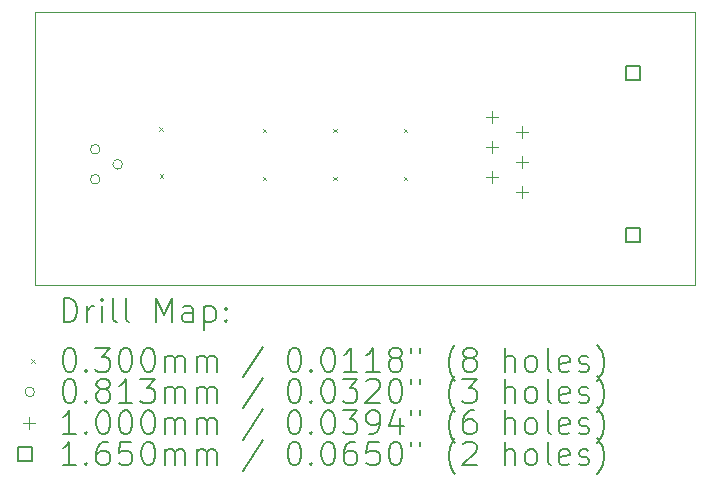
<source format=gbr>
%TF.GenerationSoftware,KiCad,Pcbnew,7.0.2*%
%TF.CreationDate,2024-01-01T15:15:48-07:00*%
%TF.ProjectId,Temperature Senor Board V2 (2),54656d70-6572-4617-9475-72652053656e,rev?*%
%TF.SameCoordinates,Original*%
%TF.FileFunction,Drillmap*%
%TF.FilePolarity,Positive*%
%FSLAX45Y45*%
G04 Gerber Fmt 4.5, Leading zero omitted, Abs format (unit mm)*
G04 Created by KiCad (PCBNEW 7.0.2) date 2024-01-01 15:15:48*
%MOMM*%
%LPD*%
G01*
G04 APERTURE LIST*
%ADD10C,0.050000*%
%ADD11C,0.200000*%
%ADD12C,0.030000*%
%ADD13C,0.081280*%
%ADD14C,0.100000*%
%ADD15C,0.165000*%
G04 APERTURE END LIST*
D10*
X11976100Y-7632700D02*
X17564100Y-7632700D01*
X17564100Y-9944100D01*
X11976100Y-9944100D01*
X11976100Y-7632700D01*
D11*
D12*
X13027900Y-8608300D02*
X13057900Y-8638300D01*
X13057900Y-8608300D02*
X13027900Y-8638300D01*
X13032980Y-9007080D02*
X13062980Y-9037080D01*
X13062980Y-9007080D02*
X13032980Y-9037080D01*
X13904200Y-8621000D02*
X13934200Y-8651000D01*
X13934200Y-8621000D02*
X13904200Y-8651000D01*
X13904200Y-9027400D02*
X13934200Y-9057400D01*
X13934200Y-9027400D02*
X13904200Y-9057400D01*
X14501100Y-8621000D02*
X14531100Y-8651000D01*
X14531100Y-8621000D02*
X14501100Y-8651000D01*
X14501100Y-9027400D02*
X14531100Y-9057400D01*
X14531100Y-9027400D02*
X14501100Y-9057400D01*
X15098000Y-8621000D02*
X15128000Y-8651000D01*
X15128000Y-8621000D02*
X15098000Y-8651000D01*
X15098000Y-9027400D02*
X15128000Y-9057400D01*
X15128000Y-9027400D02*
X15098000Y-9057400D01*
D13*
X12527280Y-8796020D02*
G75*
G03*
X12527280Y-8796020I-40640J0D01*
G01*
X12527280Y-9050020D02*
G75*
G03*
X12527280Y-9050020I-40640J0D01*
G01*
X12717780Y-8923020D02*
G75*
G03*
X12717780Y-8923020I-40640J0D01*
G01*
D14*
X15849600Y-8471200D02*
X15849600Y-8571200D01*
X15799600Y-8521200D02*
X15899600Y-8521200D01*
X15849600Y-8725200D02*
X15849600Y-8825200D01*
X15799600Y-8775200D02*
X15899600Y-8775200D01*
X15849600Y-8979200D02*
X15849600Y-9079200D01*
X15799600Y-9029200D02*
X15899600Y-9029200D01*
X16103600Y-8598200D02*
X16103600Y-8698200D01*
X16053600Y-8648200D02*
X16153600Y-8648200D01*
X16103600Y-8852200D02*
X16103600Y-8952200D01*
X16053600Y-8902200D02*
X16153600Y-8902200D01*
X16103600Y-9106200D02*
X16103600Y-9206200D01*
X16053600Y-9156200D02*
X16153600Y-9156200D01*
D15*
X17101937Y-8211537D02*
X17101937Y-8094863D01*
X16985263Y-8094863D01*
X16985263Y-8211537D01*
X17101937Y-8211537D01*
X17101937Y-9583537D02*
X17101937Y-9466863D01*
X16985263Y-9466863D01*
X16985263Y-9583537D01*
X17101937Y-9583537D01*
D11*
X12221219Y-10259124D02*
X12221219Y-10059124D01*
X12221219Y-10059124D02*
X12268838Y-10059124D01*
X12268838Y-10059124D02*
X12297409Y-10068648D01*
X12297409Y-10068648D02*
X12316457Y-10087695D01*
X12316457Y-10087695D02*
X12325981Y-10106743D01*
X12325981Y-10106743D02*
X12335505Y-10144838D01*
X12335505Y-10144838D02*
X12335505Y-10173410D01*
X12335505Y-10173410D02*
X12325981Y-10211505D01*
X12325981Y-10211505D02*
X12316457Y-10230552D01*
X12316457Y-10230552D02*
X12297409Y-10249600D01*
X12297409Y-10249600D02*
X12268838Y-10259124D01*
X12268838Y-10259124D02*
X12221219Y-10259124D01*
X12421219Y-10259124D02*
X12421219Y-10125790D01*
X12421219Y-10163886D02*
X12430743Y-10144838D01*
X12430743Y-10144838D02*
X12440267Y-10135314D01*
X12440267Y-10135314D02*
X12459314Y-10125790D01*
X12459314Y-10125790D02*
X12478362Y-10125790D01*
X12545028Y-10259124D02*
X12545028Y-10125790D01*
X12545028Y-10059124D02*
X12535505Y-10068648D01*
X12535505Y-10068648D02*
X12545028Y-10078171D01*
X12545028Y-10078171D02*
X12554552Y-10068648D01*
X12554552Y-10068648D02*
X12545028Y-10059124D01*
X12545028Y-10059124D02*
X12545028Y-10078171D01*
X12668838Y-10259124D02*
X12649790Y-10249600D01*
X12649790Y-10249600D02*
X12640267Y-10230552D01*
X12640267Y-10230552D02*
X12640267Y-10059124D01*
X12773600Y-10259124D02*
X12754552Y-10249600D01*
X12754552Y-10249600D02*
X12745028Y-10230552D01*
X12745028Y-10230552D02*
X12745028Y-10059124D01*
X13002171Y-10259124D02*
X13002171Y-10059124D01*
X13002171Y-10059124D02*
X13068838Y-10201981D01*
X13068838Y-10201981D02*
X13135505Y-10059124D01*
X13135505Y-10059124D02*
X13135505Y-10259124D01*
X13316457Y-10259124D02*
X13316457Y-10154362D01*
X13316457Y-10154362D02*
X13306933Y-10135314D01*
X13306933Y-10135314D02*
X13287886Y-10125790D01*
X13287886Y-10125790D02*
X13249790Y-10125790D01*
X13249790Y-10125790D02*
X13230743Y-10135314D01*
X13316457Y-10249600D02*
X13297409Y-10259124D01*
X13297409Y-10259124D02*
X13249790Y-10259124D01*
X13249790Y-10259124D02*
X13230743Y-10249600D01*
X13230743Y-10249600D02*
X13221219Y-10230552D01*
X13221219Y-10230552D02*
X13221219Y-10211505D01*
X13221219Y-10211505D02*
X13230743Y-10192457D01*
X13230743Y-10192457D02*
X13249790Y-10182933D01*
X13249790Y-10182933D02*
X13297409Y-10182933D01*
X13297409Y-10182933D02*
X13316457Y-10173410D01*
X13411695Y-10125790D02*
X13411695Y-10325790D01*
X13411695Y-10135314D02*
X13430743Y-10125790D01*
X13430743Y-10125790D02*
X13468838Y-10125790D01*
X13468838Y-10125790D02*
X13487886Y-10135314D01*
X13487886Y-10135314D02*
X13497409Y-10144838D01*
X13497409Y-10144838D02*
X13506933Y-10163886D01*
X13506933Y-10163886D02*
X13506933Y-10221029D01*
X13506933Y-10221029D02*
X13497409Y-10240076D01*
X13497409Y-10240076D02*
X13487886Y-10249600D01*
X13487886Y-10249600D02*
X13468838Y-10259124D01*
X13468838Y-10259124D02*
X13430743Y-10259124D01*
X13430743Y-10259124D02*
X13411695Y-10249600D01*
X13592648Y-10240076D02*
X13602171Y-10249600D01*
X13602171Y-10249600D02*
X13592648Y-10259124D01*
X13592648Y-10259124D02*
X13583124Y-10249600D01*
X13583124Y-10249600D02*
X13592648Y-10240076D01*
X13592648Y-10240076D02*
X13592648Y-10259124D01*
X13592648Y-10135314D02*
X13602171Y-10144838D01*
X13602171Y-10144838D02*
X13592648Y-10154362D01*
X13592648Y-10154362D02*
X13583124Y-10144838D01*
X13583124Y-10144838D02*
X13592648Y-10135314D01*
X13592648Y-10135314D02*
X13592648Y-10154362D01*
D12*
X11943600Y-10571600D02*
X11973600Y-10601600D01*
X11973600Y-10571600D02*
X11943600Y-10601600D01*
D11*
X12259314Y-10479124D02*
X12278362Y-10479124D01*
X12278362Y-10479124D02*
X12297409Y-10488648D01*
X12297409Y-10488648D02*
X12306933Y-10498171D01*
X12306933Y-10498171D02*
X12316457Y-10517219D01*
X12316457Y-10517219D02*
X12325981Y-10555314D01*
X12325981Y-10555314D02*
X12325981Y-10602933D01*
X12325981Y-10602933D02*
X12316457Y-10641029D01*
X12316457Y-10641029D02*
X12306933Y-10660076D01*
X12306933Y-10660076D02*
X12297409Y-10669600D01*
X12297409Y-10669600D02*
X12278362Y-10679124D01*
X12278362Y-10679124D02*
X12259314Y-10679124D01*
X12259314Y-10679124D02*
X12240267Y-10669600D01*
X12240267Y-10669600D02*
X12230743Y-10660076D01*
X12230743Y-10660076D02*
X12221219Y-10641029D01*
X12221219Y-10641029D02*
X12211695Y-10602933D01*
X12211695Y-10602933D02*
X12211695Y-10555314D01*
X12211695Y-10555314D02*
X12221219Y-10517219D01*
X12221219Y-10517219D02*
X12230743Y-10498171D01*
X12230743Y-10498171D02*
X12240267Y-10488648D01*
X12240267Y-10488648D02*
X12259314Y-10479124D01*
X12411695Y-10660076D02*
X12421219Y-10669600D01*
X12421219Y-10669600D02*
X12411695Y-10679124D01*
X12411695Y-10679124D02*
X12402171Y-10669600D01*
X12402171Y-10669600D02*
X12411695Y-10660076D01*
X12411695Y-10660076D02*
X12411695Y-10679124D01*
X12487886Y-10479124D02*
X12611695Y-10479124D01*
X12611695Y-10479124D02*
X12545028Y-10555314D01*
X12545028Y-10555314D02*
X12573600Y-10555314D01*
X12573600Y-10555314D02*
X12592648Y-10564838D01*
X12592648Y-10564838D02*
X12602171Y-10574362D01*
X12602171Y-10574362D02*
X12611695Y-10593410D01*
X12611695Y-10593410D02*
X12611695Y-10641029D01*
X12611695Y-10641029D02*
X12602171Y-10660076D01*
X12602171Y-10660076D02*
X12592648Y-10669600D01*
X12592648Y-10669600D02*
X12573600Y-10679124D01*
X12573600Y-10679124D02*
X12516457Y-10679124D01*
X12516457Y-10679124D02*
X12497409Y-10669600D01*
X12497409Y-10669600D02*
X12487886Y-10660076D01*
X12735505Y-10479124D02*
X12754552Y-10479124D01*
X12754552Y-10479124D02*
X12773600Y-10488648D01*
X12773600Y-10488648D02*
X12783124Y-10498171D01*
X12783124Y-10498171D02*
X12792648Y-10517219D01*
X12792648Y-10517219D02*
X12802171Y-10555314D01*
X12802171Y-10555314D02*
X12802171Y-10602933D01*
X12802171Y-10602933D02*
X12792648Y-10641029D01*
X12792648Y-10641029D02*
X12783124Y-10660076D01*
X12783124Y-10660076D02*
X12773600Y-10669600D01*
X12773600Y-10669600D02*
X12754552Y-10679124D01*
X12754552Y-10679124D02*
X12735505Y-10679124D01*
X12735505Y-10679124D02*
X12716457Y-10669600D01*
X12716457Y-10669600D02*
X12706933Y-10660076D01*
X12706933Y-10660076D02*
X12697409Y-10641029D01*
X12697409Y-10641029D02*
X12687886Y-10602933D01*
X12687886Y-10602933D02*
X12687886Y-10555314D01*
X12687886Y-10555314D02*
X12697409Y-10517219D01*
X12697409Y-10517219D02*
X12706933Y-10498171D01*
X12706933Y-10498171D02*
X12716457Y-10488648D01*
X12716457Y-10488648D02*
X12735505Y-10479124D01*
X12925981Y-10479124D02*
X12945029Y-10479124D01*
X12945029Y-10479124D02*
X12964076Y-10488648D01*
X12964076Y-10488648D02*
X12973600Y-10498171D01*
X12973600Y-10498171D02*
X12983124Y-10517219D01*
X12983124Y-10517219D02*
X12992648Y-10555314D01*
X12992648Y-10555314D02*
X12992648Y-10602933D01*
X12992648Y-10602933D02*
X12983124Y-10641029D01*
X12983124Y-10641029D02*
X12973600Y-10660076D01*
X12973600Y-10660076D02*
X12964076Y-10669600D01*
X12964076Y-10669600D02*
X12945029Y-10679124D01*
X12945029Y-10679124D02*
X12925981Y-10679124D01*
X12925981Y-10679124D02*
X12906933Y-10669600D01*
X12906933Y-10669600D02*
X12897409Y-10660076D01*
X12897409Y-10660076D02*
X12887886Y-10641029D01*
X12887886Y-10641029D02*
X12878362Y-10602933D01*
X12878362Y-10602933D02*
X12878362Y-10555314D01*
X12878362Y-10555314D02*
X12887886Y-10517219D01*
X12887886Y-10517219D02*
X12897409Y-10498171D01*
X12897409Y-10498171D02*
X12906933Y-10488648D01*
X12906933Y-10488648D02*
X12925981Y-10479124D01*
X13078362Y-10679124D02*
X13078362Y-10545790D01*
X13078362Y-10564838D02*
X13087886Y-10555314D01*
X13087886Y-10555314D02*
X13106933Y-10545790D01*
X13106933Y-10545790D02*
X13135505Y-10545790D01*
X13135505Y-10545790D02*
X13154552Y-10555314D01*
X13154552Y-10555314D02*
X13164076Y-10574362D01*
X13164076Y-10574362D02*
X13164076Y-10679124D01*
X13164076Y-10574362D02*
X13173600Y-10555314D01*
X13173600Y-10555314D02*
X13192648Y-10545790D01*
X13192648Y-10545790D02*
X13221219Y-10545790D01*
X13221219Y-10545790D02*
X13240267Y-10555314D01*
X13240267Y-10555314D02*
X13249790Y-10574362D01*
X13249790Y-10574362D02*
X13249790Y-10679124D01*
X13345029Y-10679124D02*
X13345029Y-10545790D01*
X13345029Y-10564838D02*
X13354552Y-10555314D01*
X13354552Y-10555314D02*
X13373600Y-10545790D01*
X13373600Y-10545790D02*
X13402171Y-10545790D01*
X13402171Y-10545790D02*
X13421219Y-10555314D01*
X13421219Y-10555314D02*
X13430743Y-10574362D01*
X13430743Y-10574362D02*
X13430743Y-10679124D01*
X13430743Y-10574362D02*
X13440267Y-10555314D01*
X13440267Y-10555314D02*
X13459314Y-10545790D01*
X13459314Y-10545790D02*
X13487886Y-10545790D01*
X13487886Y-10545790D02*
X13506933Y-10555314D01*
X13506933Y-10555314D02*
X13516457Y-10574362D01*
X13516457Y-10574362D02*
X13516457Y-10679124D01*
X13906933Y-10469600D02*
X13735505Y-10726743D01*
X14164076Y-10479124D02*
X14183124Y-10479124D01*
X14183124Y-10479124D02*
X14202172Y-10488648D01*
X14202172Y-10488648D02*
X14211695Y-10498171D01*
X14211695Y-10498171D02*
X14221219Y-10517219D01*
X14221219Y-10517219D02*
X14230743Y-10555314D01*
X14230743Y-10555314D02*
X14230743Y-10602933D01*
X14230743Y-10602933D02*
X14221219Y-10641029D01*
X14221219Y-10641029D02*
X14211695Y-10660076D01*
X14211695Y-10660076D02*
X14202172Y-10669600D01*
X14202172Y-10669600D02*
X14183124Y-10679124D01*
X14183124Y-10679124D02*
X14164076Y-10679124D01*
X14164076Y-10679124D02*
X14145029Y-10669600D01*
X14145029Y-10669600D02*
X14135505Y-10660076D01*
X14135505Y-10660076D02*
X14125981Y-10641029D01*
X14125981Y-10641029D02*
X14116457Y-10602933D01*
X14116457Y-10602933D02*
X14116457Y-10555314D01*
X14116457Y-10555314D02*
X14125981Y-10517219D01*
X14125981Y-10517219D02*
X14135505Y-10498171D01*
X14135505Y-10498171D02*
X14145029Y-10488648D01*
X14145029Y-10488648D02*
X14164076Y-10479124D01*
X14316457Y-10660076D02*
X14325981Y-10669600D01*
X14325981Y-10669600D02*
X14316457Y-10679124D01*
X14316457Y-10679124D02*
X14306933Y-10669600D01*
X14306933Y-10669600D02*
X14316457Y-10660076D01*
X14316457Y-10660076D02*
X14316457Y-10679124D01*
X14449791Y-10479124D02*
X14468838Y-10479124D01*
X14468838Y-10479124D02*
X14487886Y-10488648D01*
X14487886Y-10488648D02*
X14497410Y-10498171D01*
X14497410Y-10498171D02*
X14506933Y-10517219D01*
X14506933Y-10517219D02*
X14516457Y-10555314D01*
X14516457Y-10555314D02*
X14516457Y-10602933D01*
X14516457Y-10602933D02*
X14506933Y-10641029D01*
X14506933Y-10641029D02*
X14497410Y-10660076D01*
X14497410Y-10660076D02*
X14487886Y-10669600D01*
X14487886Y-10669600D02*
X14468838Y-10679124D01*
X14468838Y-10679124D02*
X14449791Y-10679124D01*
X14449791Y-10679124D02*
X14430743Y-10669600D01*
X14430743Y-10669600D02*
X14421219Y-10660076D01*
X14421219Y-10660076D02*
X14411695Y-10641029D01*
X14411695Y-10641029D02*
X14402172Y-10602933D01*
X14402172Y-10602933D02*
X14402172Y-10555314D01*
X14402172Y-10555314D02*
X14411695Y-10517219D01*
X14411695Y-10517219D02*
X14421219Y-10498171D01*
X14421219Y-10498171D02*
X14430743Y-10488648D01*
X14430743Y-10488648D02*
X14449791Y-10479124D01*
X14706933Y-10679124D02*
X14592648Y-10679124D01*
X14649791Y-10679124D02*
X14649791Y-10479124D01*
X14649791Y-10479124D02*
X14630743Y-10507695D01*
X14630743Y-10507695D02*
X14611695Y-10526743D01*
X14611695Y-10526743D02*
X14592648Y-10536267D01*
X14897410Y-10679124D02*
X14783124Y-10679124D01*
X14840267Y-10679124D02*
X14840267Y-10479124D01*
X14840267Y-10479124D02*
X14821219Y-10507695D01*
X14821219Y-10507695D02*
X14802172Y-10526743D01*
X14802172Y-10526743D02*
X14783124Y-10536267D01*
X15011695Y-10564838D02*
X14992648Y-10555314D01*
X14992648Y-10555314D02*
X14983124Y-10545790D01*
X14983124Y-10545790D02*
X14973600Y-10526743D01*
X14973600Y-10526743D02*
X14973600Y-10517219D01*
X14973600Y-10517219D02*
X14983124Y-10498171D01*
X14983124Y-10498171D02*
X14992648Y-10488648D01*
X14992648Y-10488648D02*
X15011695Y-10479124D01*
X15011695Y-10479124D02*
X15049791Y-10479124D01*
X15049791Y-10479124D02*
X15068838Y-10488648D01*
X15068838Y-10488648D02*
X15078362Y-10498171D01*
X15078362Y-10498171D02*
X15087886Y-10517219D01*
X15087886Y-10517219D02*
X15087886Y-10526743D01*
X15087886Y-10526743D02*
X15078362Y-10545790D01*
X15078362Y-10545790D02*
X15068838Y-10555314D01*
X15068838Y-10555314D02*
X15049791Y-10564838D01*
X15049791Y-10564838D02*
X15011695Y-10564838D01*
X15011695Y-10564838D02*
X14992648Y-10574362D01*
X14992648Y-10574362D02*
X14983124Y-10583886D01*
X14983124Y-10583886D02*
X14973600Y-10602933D01*
X14973600Y-10602933D02*
X14973600Y-10641029D01*
X14973600Y-10641029D02*
X14983124Y-10660076D01*
X14983124Y-10660076D02*
X14992648Y-10669600D01*
X14992648Y-10669600D02*
X15011695Y-10679124D01*
X15011695Y-10679124D02*
X15049791Y-10679124D01*
X15049791Y-10679124D02*
X15068838Y-10669600D01*
X15068838Y-10669600D02*
X15078362Y-10660076D01*
X15078362Y-10660076D02*
X15087886Y-10641029D01*
X15087886Y-10641029D02*
X15087886Y-10602933D01*
X15087886Y-10602933D02*
X15078362Y-10583886D01*
X15078362Y-10583886D02*
X15068838Y-10574362D01*
X15068838Y-10574362D02*
X15049791Y-10564838D01*
X15164076Y-10479124D02*
X15164076Y-10517219D01*
X15240267Y-10479124D02*
X15240267Y-10517219D01*
X15535505Y-10755314D02*
X15525981Y-10745790D01*
X15525981Y-10745790D02*
X15506934Y-10717219D01*
X15506934Y-10717219D02*
X15497410Y-10698171D01*
X15497410Y-10698171D02*
X15487886Y-10669600D01*
X15487886Y-10669600D02*
X15478362Y-10621981D01*
X15478362Y-10621981D02*
X15478362Y-10583886D01*
X15478362Y-10583886D02*
X15487886Y-10536267D01*
X15487886Y-10536267D02*
X15497410Y-10507695D01*
X15497410Y-10507695D02*
X15506934Y-10488648D01*
X15506934Y-10488648D02*
X15525981Y-10460076D01*
X15525981Y-10460076D02*
X15535505Y-10450552D01*
X15640267Y-10564838D02*
X15621219Y-10555314D01*
X15621219Y-10555314D02*
X15611695Y-10545790D01*
X15611695Y-10545790D02*
X15602172Y-10526743D01*
X15602172Y-10526743D02*
X15602172Y-10517219D01*
X15602172Y-10517219D02*
X15611695Y-10498171D01*
X15611695Y-10498171D02*
X15621219Y-10488648D01*
X15621219Y-10488648D02*
X15640267Y-10479124D01*
X15640267Y-10479124D02*
X15678362Y-10479124D01*
X15678362Y-10479124D02*
X15697410Y-10488648D01*
X15697410Y-10488648D02*
X15706934Y-10498171D01*
X15706934Y-10498171D02*
X15716457Y-10517219D01*
X15716457Y-10517219D02*
X15716457Y-10526743D01*
X15716457Y-10526743D02*
X15706934Y-10545790D01*
X15706934Y-10545790D02*
X15697410Y-10555314D01*
X15697410Y-10555314D02*
X15678362Y-10564838D01*
X15678362Y-10564838D02*
X15640267Y-10564838D01*
X15640267Y-10564838D02*
X15621219Y-10574362D01*
X15621219Y-10574362D02*
X15611695Y-10583886D01*
X15611695Y-10583886D02*
X15602172Y-10602933D01*
X15602172Y-10602933D02*
X15602172Y-10641029D01*
X15602172Y-10641029D02*
X15611695Y-10660076D01*
X15611695Y-10660076D02*
X15621219Y-10669600D01*
X15621219Y-10669600D02*
X15640267Y-10679124D01*
X15640267Y-10679124D02*
X15678362Y-10679124D01*
X15678362Y-10679124D02*
X15697410Y-10669600D01*
X15697410Y-10669600D02*
X15706934Y-10660076D01*
X15706934Y-10660076D02*
X15716457Y-10641029D01*
X15716457Y-10641029D02*
X15716457Y-10602933D01*
X15716457Y-10602933D02*
X15706934Y-10583886D01*
X15706934Y-10583886D02*
X15697410Y-10574362D01*
X15697410Y-10574362D02*
X15678362Y-10564838D01*
X15954553Y-10679124D02*
X15954553Y-10479124D01*
X16040267Y-10679124D02*
X16040267Y-10574362D01*
X16040267Y-10574362D02*
X16030743Y-10555314D01*
X16030743Y-10555314D02*
X16011696Y-10545790D01*
X16011696Y-10545790D02*
X15983124Y-10545790D01*
X15983124Y-10545790D02*
X15964076Y-10555314D01*
X15964076Y-10555314D02*
X15954553Y-10564838D01*
X16164076Y-10679124D02*
X16145029Y-10669600D01*
X16145029Y-10669600D02*
X16135505Y-10660076D01*
X16135505Y-10660076D02*
X16125981Y-10641029D01*
X16125981Y-10641029D02*
X16125981Y-10583886D01*
X16125981Y-10583886D02*
X16135505Y-10564838D01*
X16135505Y-10564838D02*
X16145029Y-10555314D01*
X16145029Y-10555314D02*
X16164076Y-10545790D01*
X16164076Y-10545790D02*
X16192648Y-10545790D01*
X16192648Y-10545790D02*
X16211696Y-10555314D01*
X16211696Y-10555314D02*
X16221219Y-10564838D01*
X16221219Y-10564838D02*
X16230743Y-10583886D01*
X16230743Y-10583886D02*
X16230743Y-10641029D01*
X16230743Y-10641029D02*
X16221219Y-10660076D01*
X16221219Y-10660076D02*
X16211696Y-10669600D01*
X16211696Y-10669600D02*
X16192648Y-10679124D01*
X16192648Y-10679124D02*
X16164076Y-10679124D01*
X16345029Y-10679124D02*
X16325981Y-10669600D01*
X16325981Y-10669600D02*
X16316457Y-10650552D01*
X16316457Y-10650552D02*
X16316457Y-10479124D01*
X16497410Y-10669600D02*
X16478362Y-10679124D01*
X16478362Y-10679124D02*
X16440267Y-10679124D01*
X16440267Y-10679124D02*
X16421219Y-10669600D01*
X16421219Y-10669600D02*
X16411696Y-10650552D01*
X16411696Y-10650552D02*
X16411696Y-10574362D01*
X16411696Y-10574362D02*
X16421219Y-10555314D01*
X16421219Y-10555314D02*
X16440267Y-10545790D01*
X16440267Y-10545790D02*
X16478362Y-10545790D01*
X16478362Y-10545790D02*
X16497410Y-10555314D01*
X16497410Y-10555314D02*
X16506934Y-10574362D01*
X16506934Y-10574362D02*
X16506934Y-10593410D01*
X16506934Y-10593410D02*
X16411696Y-10612457D01*
X16583124Y-10669600D02*
X16602172Y-10679124D01*
X16602172Y-10679124D02*
X16640267Y-10679124D01*
X16640267Y-10679124D02*
X16659315Y-10669600D01*
X16659315Y-10669600D02*
X16668838Y-10650552D01*
X16668838Y-10650552D02*
X16668838Y-10641029D01*
X16668838Y-10641029D02*
X16659315Y-10621981D01*
X16659315Y-10621981D02*
X16640267Y-10612457D01*
X16640267Y-10612457D02*
X16611696Y-10612457D01*
X16611696Y-10612457D02*
X16592648Y-10602933D01*
X16592648Y-10602933D02*
X16583124Y-10583886D01*
X16583124Y-10583886D02*
X16583124Y-10574362D01*
X16583124Y-10574362D02*
X16592648Y-10555314D01*
X16592648Y-10555314D02*
X16611696Y-10545790D01*
X16611696Y-10545790D02*
X16640267Y-10545790D01*
X16640267Y-10545790D02*
X16659315Y-10555314D01*
X16735505Y-10755314D02*
X16745029Y-10745790D01*
X16745029Y-10745790D02*
X16764077Y-10717219D01*
X16764077Y-10717219D02*
X16773600Y-10698171D01*
X16773600Y-10698171D02*
X16783124Y-10669600D01*
X16783124Y-10669600D02*
X16792648Y-10621981D01*
X16792648Y-10621981D02*
X16792648Y-10583886D01*
X16792648Y-10583886D02*
X16783124Y-10536267D01*
X16783124Y-10536267D02*
X16773600Y-10507695D01*
X16773600Y-10507695D02*
X16764077Y-10488648D01*
X16764077Y-10488648D02*
X16745029Y-10460076D01*
X16745029Y-10460076D02*
X16735505Y-10450552D01*
D13*
X11973600Y-10850600D02*
G75*
G03*
X11973600Y-10850600I-40640J0D01*
G01*
D11*
X12259314Y-10743124D02*
X12278362Y-10743124D01*
X12278362Y-10743124D02*
X12297409Y-10752648D01*
X12297409Y-10752648D02*
X12306933Y-10762171D01*
X12306933Y-10762171D02*
X12316457Y-10781219D01*
X12316457Y-10781219D02*
X12325981Y-10819314D01*
X12325981Y-10819314D02*
X12325981Y-10866933D01*
X12325981Y-10866933D02*
X12316457Y-10905029D01*
X12316457Y-10905029D02*
X12306933Y-10924076D01*
X12306933Y-10924076D02*
X12297409Y-10933600D01*
X12297409Y-10933600D02*
X12278362Y-10943124D01*
X12278362Y-10943124D02*
X12259314Y-10943124D01*
X12259314Y-10943124D02*
X12240267Y-10933600D01*
X12240267Y-10933600D02*
X12230743Y-10924076D01*
X12230743Y-10924076D02*
X12221219Y-10905029D01*
X12221219Y-10905029D02*
X12211695Y-10866933D01*
X12211695Y-10866933D02*
X12211695Y-10819314D01*
X12211695Y-10819314D02*
X12221219Y-10781219D01*
X12221219Y-10781219D02*
X12230743Y-10762171D01*
X12230743Y-10762171D02*
X12240267Y-10752648D01*
X12240267Y-10752648D02*
X12259314Y-10743124D01*
X12411695Y-10924076D02*
X12421219Y-10933600D01*
X12421219Y-10933600D02*
X12411695Y-10943124D01*
X12411695Y-10943124D02*
X12402171Y-10933600D01*
X12402171Y-10933600D02*
X12411695Y-10924076D01*
X12411695Y-10924076D02*
X12411695Y-10943124D01*
X12535505Y-10828838D02*
X12516457Y-10819314D01*
X12516457Y-10819314D02*
X12506933Y-10809790D01*
X12506933Y-10809790D02*
X12497409Y-10790743D01*
X12497409Y-10790743D02*
X12497409Y-10781219D01*
X12497409Y-10781219D02*
X12506933Y-10762171D01*
X12506933Y-10762171D02*
X12516457Y-10752648D01*
X12516457Y-10752648D02*
X12535505Y-10743124D01*
X12535505Y-10743124D02*
X12573600Y-10743124D01*
X12573600Y-10743124D02*
X12592648Y-10752648D01*
X12592648Y-10752648D02*
X12602171Y-10762171D01*
X12602171Y-10762171D02*
X12611695Y-10781219D01*
X12611695Y-10781219D02*
X12611695Y-10790743D01*
X12611695Y-10790743D02*
X12602171Y-10809790D01*
X12602171Y-10809790D02*
X12592648Y-10819314D01*
X12592648Y-10819314D02*
X12573600Y-10828838D01*
X12573600Y-10828838D02*
X12535505Y-10828838D01*
X12535505Y-10828838D02*
X12516457Y-10838362D01*
X12516457Y-10838362D02*
X12506933Y-10847886D01*
X12506933Y-10847886D02*
X12497409Y-10866933D01*
X12497409Y-10866933D02*
X12497409Y-10905029D01*
X12497409Y-10905029D02*
X12506933Y-10924076D01*
X12506933Y-10924076D02*
X12516457Y-10933600D01*
X12516457Y-10933600D02*
X12535505Y-10943124D01*
X12535505Y-10943124D02*
X12573600Y-10943124D01*
X12573600Y-10943124D02*
X12592648Y-10933600D01*
X12592648Y-10933600D02*
X12602171Y-10924076D01*
X12602171Y-10924076D02*
X12611695Y-10905029D01*
X12611695Y-10905029D02*
X12611695Y-10866933D01*
X12611695Y-10866933D02*
X12602171Y-10847886D01*
X12602171Y-10847886D02*
X12592648Y-10838362D01*
X12592648Y-10838362D02*
X12573600Y-10828838D01*
X12802171Y-10943124D02*
X12687886Y-10943124D01*
X12745028Y-10943124D02*
X12745028Y-10743124D01*
X12745028Y-10743124D02*
X12725981Y-10771695D01*
X12725981Y-10771695D02*
X12706933Y-10790743D01*
X12706933Y-10790743D02*
X12687886Y-10800267D01*
X12868838Y-10743124D02*
X12992648Y-10743124D01*
X12992648Y-10743124D02*
X12925981Y-10819314D01*
X12925981Y-10819314D02*
X12954552Y-10819314D01*
X12954552Y-10819314D02*
X12973600Y-10828838D01*
X12973600Y-10828838D02*
X12983124Y-10838362D01*
X12983124Y-10838362D02*
X12992648Y-10857410D01*
X12992648Y-10857410D02*
X12992648Y-10905029D01*
X12992648Y-10905029D02*
X12983124Y-10924076D01*
X12983124Y-10924076D02*
X12973600Y-10933600D01*
X12973600Y-10933600D02*
X12954552Y-10943124D01*
X12954552Y-10943124D02*
X12897409Y-10943124D01*
X12897409Y-10943124D02*
X12878362Y-10933600D01*
X12878362Y-10933600D02*
X12868838Y-10924076D01*
X13078362Y-10943124D02*
X13078362Y-10809790D01*
X13078362Y-10828838D02*
X13087886Y-10819314D01*
X13087886Y-10819314D02*
X13106933Y-10809790D01*
X13106933Y-10809790D02*
X13135505Y-10809790D01*
X13135505Y-10809790D02*
X13154552Y-10819314D01*
X13154552Y-10819314D02*
X13164076Y-10838362D01*
X13164076Y-10838362D02*
X13164076Y-10943124D01*
X13164076Y-10838362D02*
X13173600Y-10819314D01*
X13173600Y-10819314D02*
X13192648Y-10809790D01*
X13192648Y-10809790D02*
X13221219Y-10809790D01*
X13221219Y-10809790D02*
X13240267Y-10819314D01*
X13240267Y-10819314D02*
X13249790Y-10838362D01*
X13249790Y-10838362D02*
X13249790Y-10943124D01*
X13345029Y-10943124D02*
X13345029Y-10809790D01*
X13345029Y-10828838D02*
X13354552Y-10819314D01*
X13354552Y-10819314D02*
X13373600Y-10809790D01*
X13373600Y-10809790D02*
X13402171Y-10809790D01*
X13402171Y-10809790D02*
X13421219Y-10819314D01*
X13421219Y-10819314D02*
X13430743Y-10838362D01*
X13430743Y-10838362D02*
X13430743Y-10943124D01*
X13430743Y-10838362D02*
X13440267Y-10819314D01*
X13440267Y-10819314D02*
X13459314Y-10809790D01*
X13459314Y-10809790D02*
X13487886Y-10809790D01*
X13487886Y-10809790D02*
X13506933Y-10819314D01*
X13506933Y-10819314D02*
X13516457Y-10838362D01*
X13516457Y-10838362D02*
X13516457Y-10943124D01*
X13906933Y-10733600D02*
X13735505Y-10990743D01*
X14164076Y-10743124D02*
X14183124Y-10743124D01*
X14183124Y-10743124D02*
X14202172Y-10752648D01*
X14202172Y-10752648D02*
X14211695Y-10762171D01*
X14211695Y-10762171D02*
X14221219Y-10781219D01*
X14221219Y-10781219D02*
X14230743Y-10819314D01*
X14230743Y-10819314D02*
X14230743Y-10866933D01*
X14230743Y-10866933D02*
X14221219Y-10905029D01*
X14221219Y-10905029D02*
X14211695Y-10924076D01*
X14211695Y-10924076D02*
X14202172Y-10933600D01*
X14202172Y-10933600D02*
X14183124Y-10943124D01*
X14183124Y-10943124D02*
X14164076Y-10943124D01*
X14164076Y-10943124D02*
X14145029Y-10933600D01*
X14145029Y-10933600D02*
X14135505Y-10924076D01*
X14135505Y-10924076D02*
X14125981Y-10905029D01*
X14125981Y-10905029D02*
X14116457Y-10866933D01*
X14116457Y-10866933D02*
X14116457Y-10819314D01*
X14116457Y-10819314D02*
X14125981Y-10781219D01*
X14125981Y-10781219D02*
X14135505Y-10762171D01*
X14135505Y-10762171D02*
X14145029Y-10752648D01*
X14145029Y-10752648D02*
X14164076Y-10743124D01*
X14316457Y-10924076D02*
X14325981Y-10933600D01*
X14325981Y-10933600D02*
X14316457Y-10943124D01*
X14316457Y-10943124D02*
X14306933Y-10933600D01*
X14306933Y-10933600D02*
X14316457Y-10924076D01*
X14316457Y-10924076D02*
X14316457Y-10943124D01*
X14449791Y-10743124D02*
X14468838Y-10743124D01*
X14468838Y-10743124D02*
X14487886Y-10752648D01*
X14487886Y-10752648D02*
X14497410Y-10762171D01*
X14497410Y-10762171D02*
X14506933Y-10781219D01*
X14506933Y-10781219D02*
X14516457Y-10819314D01*
X14516457Y-10819314D02*
X14516457Y-10866933D01*
X14516457Y-10866933D02*
X14506933Y-10905029D01*
X14506933Y-10905029D02*
X14497410Y-10924076D01*
X14497410Y-10924076D02*
X14487886Y-10933600D01*
X14487886Y-10933600D02*
X14468838Y-10943124D01*
X14468838Y-10943124D02*
X14449791Y-10943124D01*
X14449791Y-10943124D02*
X14430743Y-10933600D01*
X14430743Y-10933600D02*
X14421219Y-10924076D01*
X14421219Y-10924076D02*
X14411695Y-10905029D01*
X14411695Y-10905029D02*
X14402172Y-10866933D01*
X14402172Y-10866933D02*
X14402172Y-10819314D01*
X14402172Y-10819314D02*
X14411695Y-10781219D01*
X14411695Y-10781219D02*
X14421219Y-10762171D01*
X14421219Y-10762171D02*
X14430743Y-10752648D01*
X14430743Y-10752648D02*
X14449791Y-10743124D01*
X14583124Y-10743124D02*
X14706933Y-10743124D01*
X14706933Y-10743124D02*
X14640267Y-10819314D01*
X14640267Y-10819314D02*
X14668838Y-10819314D01*
X14668838Y-10819314D02*
X14687886Y-10828838D01*
X14687886Y-10828838D02*
X14697410Y-10838362D01*
X14697410Y-10838362D02*
X14706933Y-10857410D01*
X14706933Y-10857410D02*
X14706933Y-10905029D01*
X14706933Y-10905029D02*
X14697410Y-10924076D01*
X14697410Y-10924076D02*
X14687886Y-10933600D01*
X14687886Y-10933600D02*
X14668838Y-10943124D01*
X14668838Y-10943124D02*
X14611695Y-10943124D01*
X14611695Y-10943124D02*
X14592648Y-10933600D01*
X14592648Y-10933600D02*
X14583124Y-10924076D01*
X14783124Y-10762171D02*
X14792648Y-10752648D01*
X14792648Y-10752648D02*
X14811695Y-10743124D01*
X14811695Y-10743124D02*
X14859314Y-10743124D01*
X14859314Y-10743124D02*
X14878362Y-10752648D01*
X14878362Y-10752648D02*
X14887886Y-10762171D01*
X14887886Y-10762171D02*
X14897410Y-10781219D01*
X14897410Y-10781219D02*
X14897410Y-10800267D01*
X14897410Y-10800267D02*
X14887886Y-10828838D01*
X14887886Y-10828838D02*
X14773600Y-10943124D01*
X14773600Y-10943124D02*
X14897410Y-10943124D01*
X15021219Y-10743124D02*
X15040267Y-10743124D01*
X15040267Y-10743124D02*
X15059314Y-10752648D01*
X15059314Y-10752648D02*
X15068838Y-10762171D01*
X15068838Y-10762171D02*
X15078362Y-10781219D01*
X15078362Y-10781219D02*
X15087886Y-10819314D01*
X15087886Y-10819314D02*
X15087886Y-10866933D01*
X15087886Y-10866933D02*
X15078362Y-10905029D01*
X15078362Y-10905029D02*
X15068838Y-10924076D01*
X15068838Y-10924076D02*
X15059314Y-10933600D01*
X15059314Y-10933600D02*
X15040267Y-10943124D01*
X15040267Y-10943124D02*
X15021219Y-10943124D01*
X15021219Y-10943124D02*
X15002172Y-10933600D01*
X15002172Y-10933600D02*
X14992648Y-10924076D01*
X14992648Y-10924076D02*
X14983124Y-10905029D01*
X14983124Y-10905029D02*
X14973600Y-10866933D01*
X14973600Y-10866933D02*
X14973600Y-10819314D01*
X14973600Y-10819314D02*
X14983124Y-10781219D01*
X14983124Y-10781219D02*
X14992648Y-10762171D01*
X14992648Y-10762171D02*
X15002172Y-10752648D01*
X15002172Y-10752648D02*
X15021219Y-10743124D01*
X15164076Y-10743124D02*
X15164076Y-10781219D01*
X15240267Y-10743124D02*
X15240267Y-10781219D01*
X15535505Y-11019314D02*
X15525981Y-11009790D01*
X15525981Y-11009790D02*
X15506934Y-10981219D01*
X15506934Y-10981219D02*
X15497410Y-10962171D01*
X15497410Y-10962171D02*
X15487886Y-10933600D01*
X15487886Y-10933600D02*
X15478362Y-10885981D01*
X15478362Y-10885981D02*
X15478362Y-10847886D01*
X15478362Y-10847886D02*
X15487886Y-10800267D01*
X15487886Y-10800267D02*
X15497410Y-10771695D01*
X15497410Y-10771695D02*
X15506934Y-10752648D01*
X15506934Y-10752648D02*
X15525981Y-10724076D01*
X15525981Y-10724076D02*
X15535505Y-10714552D01*
X15592648Y-10743124D02*
X15716457Y-10743124D01*
X15716457Y-10743124D02*
X15649791Y-10819314D01*
X15649791Y-10819314D02*
X15678362Y-10819314D01*
X15678362Y-10819314D02*
X15697410Y-10828838D01*
X15697410Y-10828838D02*
X15706934Y-10838362D01*
X15706934Y-10838362D02*
X15716457Y-10857410D01*
X15716457Y-10857410D02*
X15716457Y-10905029D01*
X15716457Y-10905029D02*
X15706934Y-10924076D01*
X15706934Y-10924076D02*
X15697410Y-10933600D01*
X15697410Y-10933600D02*
X15678362Y-10943124D01*
X15678362Y-10943124D02*
X15621219Y-10943124D01*
X15621219Y-10943124D02*
X15602172Y-10933600D01*
X15602172Y-10933600D02*
X15592648Y-10924076D01*
X15954553Y-10943124D02*
X15954553Y-10743124D01*
X16040267Y-10943124D02*
X16040267Y-10838362D01*
X16040267Y-10838362D02*
X16030743Y-10819314D01*
X16030743Y-10819314D02*
X16011696Y-10809790D01*
X16011696Y-10809790D02*
X15983124Y-10809790D01*
X15983124Y-10809790D02*
X15964076Y-10819314D01*
X15964076Y-10819314D02*
X15954553Y-10828838D01*
X16164076Y-10943124D02*
X16145029Y-10933600D01*
X16145029Y-10933600D02*
X16135505Y-10924076D01*
X16135505Y-10924076D02*
X16125981Y-10905029D01*
X16125981Y-10905029D02*
X16125981Y-10847886D01*
X16125981Y-10847886D02*
X16135505Y-10828838D01*
X16135505Y-10828838D02*
X16145029Y-10819314D01*
X16145029Y-10819314D02*
X16164076Y-10809790D01*
X16164076Y-10809790D02*
X16192648Y-10809790D01*
X16192648Y-10809790D02*
X16211696Y-10819314D01*
X16211696Y-10819314D02*
X16221219Y-10828838D01*
X16221219Y-10828838D02*
X16230743Y-10847886D01*
X16230743Y-10847886D02*
X16230743Y-10905029D01*
X16230743Y-10905029D02*
X16221219Y-10924076D01*
X16221219Y-10924076D02*
X16211696Y-10933600D01*
X16211696Y-10933600D02*
X16192648Y-10943124D01*
X16192648Y-10943124D02*
X16164076Y-10943124D01*
X16345029Y-10943124D02*
X16325981Y-10933600D01*
X16325981Y-10933600D02*
X16316457Y-10914552D01*
X16316457Y-10914552D02*
X16316457Y-10743124D01*
X16497410Y-10933600D02*
X16478362Y-10943124D01*
X16478362Y-10943124D02*
X16440267Y-10943124D01*
X16440267Y-10943124D02*
X16421219Y-10933600D01*
X16421219Y-10933600D02*
X16411696Y-10914552D01*
X16411696Y-10914552D02*
X16411696Y-10838362D01*
X16411696Y-10838362D02*
X16421219Y-10819314D01*
X16421219Y-10819314D02*
X16440267Y-10809790D01*
X16440267Y-10809790D02*
X16478362Y-10809790D01*
X16478362Y-10809790D02*
X16497410Y-10819314D01*
X16497410Y-10819314D02*
X16506934Y-10838362D01*
X16506934Y-10838362D02*
X16506934Y-10857410D01*
X16506934Y-10857410D02*
X16411696Y-10876457D01*
X16583124Y-10933600D02*
X16602172Y-10943124D01*
X16602172Y-10943124D02*
X16640267Y-10943124D01*
X16640267Y-10943124D02*
X16659315Y-10933600D01*
X16659315Y-10933600D02*
X16668838Y-10914552D01*
X16668838Y-10914552D02*
X16668838Y-10905029D01*
X16668838Y-10905029D02*
X16659315Y-10885981D01*
X16659315Y-10885981D02*
X16640267Y-10876457D01*
X16640267Y-10876457D02*
X16611696Y-10876457D01*
X16611696Y-10876457D02*
X16592648Y-10866933D01*
X16592648Y-10866933D02*
X16583124Y-10847886D01*
X16583124Y-10847886D02*
X16583124Y-10838362D01*
X16583124Y-10838362D02*
X16592648Y-10819314D01*
X16592648Y-10819314D02*
X16611696Y-10809790D01*
X16611696Y-10809790D02*
X16640267Y-10809790D01*
X16640267Y-10809790D02*
X16659315Y-10819314D01*
X16735505Y-11019314D02*
X16745029Y-11009790D01*
X16745029Y-11009790D02*
X16764077Y-10981219D01*
X16764077Y-10981219D02*
X16773600Y-10962171D01*
X16773600Y-10962171D02*
X16783124Y-10933600D01*
X16783124Y-10933600D02*
X16792648Y-10885981D01*
X16792648Y-10885981D02*
X16792648Y-10847886D01*
X16792648Y-10847886D02*
X16783124Y-10800267D01*
X16783124Y-10800267D02*
X16773600Y-10771695D01*
X16773600Y-10771695D02*
X16764077Y-10752648D01*
X16764077Y-10752648D02*
X16745029Y-10724076D01*
X16745029Y-10724076D02*
X16735505Y-10714552D01*
D14*
X11923600Y-11064600D02*
X11923600Y-11164600D01*
X11873600Y-11114600D02*
X11973600Y-11114600D01*
D11*
X12325981Y-11207124D02*
X12211695Y-11207124D01*
X12268838Y-11207124D02*
X12268838Y-11007124D01*
X12268838Y-11007124D02*
X12249790Y-11035695D01*
X12249790Y-11035695D02*
X12230743Y-11054743D01*
X12230743Y-11054743D02*
X12211695Y-11064267D01*
X12411695Y-11188076D02*
X12421219Y-11197600D01*
X12421219Y-11197600D02*
X12411695Y-11207124D01*
X12411695Y-11207124D02*
X12402171Y-11197600D01*
X12402171Y-11197600D02*
X12411695Y-11188076D01*
X12411695Y-11188076D02*
X12411695Y-11207124D01*
X12545028Y-11007124D02*
X12564076Y-11007124D01*
X12564076Y-11007124D02*
X12583124Y-11016648D01*
X12583124Y-11016648D02*
X12592648Y-11026171D01*
X12592648Y-11026171D02*
X12602171Y-11045219D01*
X12602171Y-11045219D02*
X12611695Y-11083314D01*
X12611695Y-11083314D02*
X12611695Y-11130933D01*
X12611695Y-11130933D02*
X12602171Y-11169029D01*
X12602171Y-11169029D02*
X12592648Y-11188076D01*
X12592648Y-11188076D02*
X12583124Y-11197600D01*
X12583124Y-11197600D02*
X12564076Y-11207124D01*
X12564076Y-11207124D02*
X12545028Y-11207124D01*
X12545028Y-11207124D02*
X12525981Y-11197600D01*
X12525981Y-11197600D02*
X12516457Y-11188076D01*
X12516457Y-11188076D02*
X12506933Y-11169029D01*
X12506933Y-11169029D02*
X12497409Y-11130933D01*
X12497409Y-11130933D02*
X12497409Y-11083314D01*
X12497409Y-11083314D02*
X12506933Y-11045219D01*
X12506933Y-11045219D02*
X12516457Y-11026171D01*
X12516457Y-11026171D02*
X12525981Y-11016648D01*
X12525981Y-11016648D02*
X12545028Y-11007124D01*
X12735505Y-11007124D02*
X12754552Y-11007124D01*
X12754552Y-11007124D02*
X12773600Y-11016648D01*
X12773600Y-11016648D02*
X12783124Y-11026171D01*
X12783124Y-11026171D02*
X12792648Y-11045219D01*
X12792648Y-11045219D02*
X12802171Y-11083314D01*
X12802171Y-11083314D02*
X12802171Y-11130933D01*
X12802171Y-11130933D02*
X12792648Y-11169029D01*
X12792648Y-11169029D02*
X12783124Y-11188076D01*
X12783124Y-11188076D02*
X12773600Y-11197600D01*
X12773600Y-11197600D02*
X12754552Y-11207124D01*
X12754552Y-11207124D02*
X12735505Y-11207124D01*
X12735505Y-11207124D02*
X12716457Y-11197600D01*
X12716457Y-11197600D02*
X12706933Y-11188076D01*
X12706933Y-11188076D02*
X12697409Y-11169029D01*
X12697409Y-11169029D02*
X12687886Y-11130933D01*
X12687886Y-11130933D02*
X12687886Y-11083314D01*
X12687886Y-11083314D02*
X12697409Y-11045219D01*
X12697409Y-11045219D02*
X12706933Y-11026171D01*
X12706933Y-11026171D02*
X12716457Y-11016648D01*
X12716457Y-11016648D02*
X12735505Y-11007124D01*
X12925981Y-11007124D02*
X12945029Y-11007124D01*
X12945029Y-11007124D02*
X12964076Y-11016648D01*
X12964076Y-11016648D02*
X12973600Y-11026171D01*
X12973600Y-11026171D02*
X12983124Y-11045219D01*
X12983124Y-11045219D02*
X12992648Y-11083314D01*
X12992648Y-11083314D02*
X12992648Y-11130933D01*
X12992648Y-11130933D02*
X12983124Y-11169029D01*
X12983124Y-11169029D02*
X12973600Y-11188076D01*
X12973600Y-11188076D02*
X12964076Y-11197600D01*
X12964076Y-11197600D02*
X12945029Y-11207124D01*
X12945029Y-11207124D02*
X12925981Y-11207124D01*
X12925981Y-11207124D02*
X12906933Y-11197600D01*
X12906933Y-11197600D02*
X12897409Y-11188076D01*
X12897409Y-11188076D02*
X12887886Y-11169029D01*
X12887886Y-11169029D02*
X12878362Y-11130933D01*
X12878362Y-11130933D02*
X12878362Y-11083314D01*
X12878362Y-11083314D02*
X12887886Y-11045219D01*
X12887886Y-11045219D02*
X12897409Y-11026171D01*
X12897409Y-11026171D02*
X12906933Y-11016648D01*
X12906933Y-11016648D02*
X12925981Y-11007124D01*
X13078362Y-11207124D02*
X13078362Y-11073790D01*
X13078362Y-11092838D02*
X13087886Y-11083314D01*
X13087886Y-11083314D02*
X13106933Y-11073790D01*
X13106933Y-11073790D02*
X13135505Y-11073790D01*
X13135505Y-11073790D02*
X13154552Y-11083314D01*
X13154552Y-11083314D02*
X13164076Y-11102362D01*
X13164076Y-11102362D02*
X13164076Y-11207124D01*
X13164076Y-11102362D02*
X13173600Y-11083314D01*
X13173600Y-11083314D02*
X13192648Y-11073790D01*
X13192648Y-11073790D02*
X13221219Y-11073790D01*
X13221219Y-11073790D02*
X13240267Y-11083314D01*
X13240267Y-11083314D02*
X13249790Y-11102362D01*
X13249790Y-11102362D02*
X13249790Y-11207124D01*
X13345029Y-11207124D02*
X13345029Y-11073790D01*
X13345029Y-11092838D02*
X13354552Y-11083314D01*
X13354552Y-11083314D02*
X13373600Y-11073790D01*
X13373600Y-11073790D02*
X13402171Y-11073790D01*
X13402171Y-11073790D02*
X13421219Y-11083314D01*
X13421219Y-11083314D02*
X13430743Y-11102362D01*
X13430743Y-11102362D02*
X13430743Y-11207124D01*
X13430743Y-11102362D02*
X13440267Y-11083314D01*
X13440267Y-11083314D02*
X13459314Y-11073790D01*
X13459314Y-11073790D02*
X13487886Y-11073790D01*
X13487886Y-11073790D02*
X13506933Y-11083314D01*
X13506933Y-11083314D02*
X13516457Y-11102362D01*
X13516457Y-11102362D02*
X13516457Y-11207124D01*
X13906933Y-10997600D02*
X13735505Y-11254743D01*
X14164076Y-11007124D02*
X14183124Y-11007124D01*
X14183124Y-11007124D02*
X14202172Y-11016648D01*
X14202172Y-11016648D02*
X14211695Y-11026171D01*
X14211695Y-11026171D02*
X14221219Y-11045219D01*
X14221219Y-11045219D02*
X14230743Y-11083314D01*
X14230743Y-11083314D02*
X14230743Y-11130933D01*
X14230743Y-11130933D02*
X14221219Y-11169029D01*
X14221219Y-11169029D02*
X14211695Y-11188076D01*
X14211695Y-11188076D02*
X14202172Y-11197600D01*
X14202172Y-11197600D02*
X14183124Y-11207124D01*
X14183124Y-11207124D02*
X14164076Y-11207124D01*
X14164076Y-11207124D02*
X14145029Y-11197600D01*
X14145029Y-11197600D02*
X14135505Y-11188076D01*
X14135505Y-11188076D02*
X14125981Y-11169029D01*
X14125981Y-11169029D02*
X14116457Y-11130933D01*
X14116457Y-11130933D02*
X14116457Y-11083314D01*
X14116457Y-11083314D02*
X14125981Y-11045219D01*
X14125981Y-11045219D02*
X14135505Y-11026171D01*
X14135505Y-11026171D02*
X14145029Y-11016648D01*
X14145029Y-11016648D02*
X14164076Y-11007124D01*
X14316457Y-11188076D02*
X14325981Y-11197600D01*
X14325981Y-11197600D02*
X14316457Y-11207124D01*
X14316457Y-11207124D02*
X14306933Y-11197600D01*
X14306933Y-11197600D02*
X14316457Y-11188076D01*
X14316457Y-11188076D02*
X14316457Y-11207124D01*
X14449791Y-11007124D02*
X14468838Y-11007124D01*
X14468838Y-11007124D02*
X14487886Y-11016648D01*
X14487886Y-11016648D02*
X14497410Y-11026171D01*
X14497410Y-11026171D02*
X14506933Y-11045219D01*
X14506933Y-11045219D02*
X14516457Y-11083314D01*
X14516457Y-11083314D02*
X14516457Y-11130933D01*
X14516457Y-11130933D02*
X14506933Y-11169029D01*
X14506933Y-11169029D02*
X14497410Y-11188076D01*
X14497410Y-11188076D02*
X14487886Y-11197600D01*
X14487886Y-11197600D02*
X14468838Y-11207124D01*
X14468838Y-11207124D02*
X14449791Y-11207124D01*
X14449791Y-11207124D02*
X14430743Y-11197600D01*
X14430743Y-11197600D02*
X14421219Y-11188076D01*
X14421219Y-11188076D02*
X14411695Y-11169029D01*
X14411695Y-11169029D02*
X14402172Y-11130933D01*
X14402172Y-11130933D02*
X14402172Y-11083314D01*
X14402172Y-11083314D02*
X14411695Y-11045219D01*
X14411695Y-11045219D02*
X14421219Y-11026171D01*
X14421219Y-11026171D02*
X14430743Y-11016648D01*
X14430743Y-11016648D02*
X14449791Y-11007124D01*
X14583124Y-11007124D02*
X14706933Y-11007124D01*
X14706933Y-11007124D02*
X14640267Y-11083314D01*
X14640267Y-11083314D02*
X14668838Y-11083314D01*
X14668838Y-11083314D02*
X14687886Y-11092838D01*
X14687886Y-11092838D02*
X14697410Y-11102362D01*
X14697410Y-11102362D02*
X14706933Y-11121410D01*
X14706933Y-11121410D02*
X14706933Y-11169029D01*
X14706933Y-11169029D02*
X14697410Y-11188076D01*
X14697410Y-11188076D02*
X14687886Y-11197600D01*
X14687886Y-11197600D02*
X14668838Y-11207124D01*
X14668838Y-11207124D02*
X14611695Y-11207124D01*
X14611695Y-11207124D02*
X14592648Y-11197600D01*
X14592648Y-11197600D02*
X14583124Y-11188076D01*
X14802172Y-11207124D02*
X14840267Y-11207124D01*
X14840267Y-11207124D02*
X14859314Y-11197600D01*
X14859314Y-11197600D02*
X14868838Y-11188076D01*
X14868838Y-11188076D02*
X14887886Y-11159505D01*
X14887886Y-11159505D02*
X14897410Y-11121410D01*
X14897410Y-11121410D02*
X14897410Y-11045219D01*
X14897410Y-11045219D02*
X14887886Y-11026171D01*
X14887886Y-11026171D02*
X14878362Y-11016648D01*
X14878362Y-11016648D02*
X14859314Y-11007124D01*
X14859314Y-11007124D02*
X14821219Y-11007124D01*
X14821219Y-11007124D02*
X14802172Y-11016648D01*
X14802172Y-11016648D02*
X14792648Y-11026171D01*
X14792648Y-11026171D02*
X14783124Y-11045219D01*
X14783124Y-11045219D02*
X14783124Y-11092838D01*
X14783124Y-11092838D02*
X14792648Y-11111886D01*
X14792648Y-11111886D02*
X14802172Y-11121410D01*
X14802172Y-11121410D02*
X14821219Y-11130933D01*
X14821219Y-11130933D02*
X14859314Y-11130933D01*
X14859314Y-11130933D02*
X14878362Y-11121410D01*
X14878362Y-11121410D02*
X14887886Y-11111886D01*
X14887886Y-11111886D02*
X14897410Y-11092838D01*
X15068838Y-11073790D02*
X15068838Y-11207124D01*
X15021219Y-10997600D02*
X14973600Y-11140457D01*
X14973600Y-11140457D02*
X15097410Y-11140457D01*
X15164076Y-11007124D02*
X15164076Y-11045219D01*
X15240267Y-11007124D02*
X15240267Y-11045219D01*
X15535505Y-11283314D02*
X15525981Y-11273790D01*
X15525981Y-11273790D02*
X15506934Y-11245219D01*
X15506934Y-11245219D02*
X15497410Y-11226171D01*
X15497410Y-11226171D02*
X15487886Y-11197600D01*
X15487886Y-11197600D02*
X15478362Y-11149981D01*
X15478362Y-11149981D02*
X15478362Y-11111886D01*
X15478362Y-11111886D02*
X15487886Y-11064267D01*
X15487886Y-11064267D02*
X15497410Y-11035695D01*
X15497410Y-11035695D02*
X15506934Y-11016648D01*
X15506934Y-11016648D02*
X15525981Y-10988076D01*
X15525981Y-10988076D02*
X15535505Y-10978552D01*
X15697410Y-11007124D02*
X15659314Y-11007124D01*
X15659314Y-11007124D02*
X15640267Y-11016648D01*
X15640267Y-11016648D02*
X15630743Y-11026171D01*
X15630743Y-11026171D02*
X15611695Y-11054743D01*
X15611695Y-11054743D02*
X15602172Y-11092838D01*
X15602172Y-11092838D02*
X15602172Y-11169029D01*
X15602172Y-11169029D02*
X15611695Y-11188076D01*
X15611695Y-11188076D02*
X15621219Y-11197600D01*
X15621219Y-11197600D02*
X15640267Y-11207124D01*
X15640267Y-11207124D02*
X15678362Y-11207124D01*
X15678362Y-11207124D02*
X15697410Y-11197600D01*
X15697410Y-11197600D02*
X15706934Y-11188076D01*
X15706934Y-11188076D02*
X15716457Y-11169029D01*
X15716457Y-11169029D02*
X15716457Y-11121410D01*
X15716457Y-11121410D02*
X15706934Y-11102362D01*
X15706934Y-11102362D02*
X15697410Y-11092838D01*
X15697410Y-11092838D02*
X15678362Y-11083314D01*
X15678362Y-11083314D02*
X15640267Y-11083314D01*
X15640267Y-11083314D02*
X15621219Y-11092838D01*
X15621219Y-11092838D02*
X15611695Y-11102362D01*
X15611695Y-11102362D02*
X15602172Y-11121410D01*
X15954553Y-11207124D02*
X15954553Y-11007124D01*
X16040267Y-11207124D02*
X16040267Y-11102362D01*
X16040267Y-11102362D02*
X16030743Y-11083314D01*
X16030743Y-11083314D02*
X16011696Y-11073790D01*
X16011696Y-11073790D02*
X15983124Y-11073790D01*
X15983124Y-11073790D02*
X15964076Y-11083314D01*
X15964076Y-11083314D02*
X15954553Y-11092838D01*
X16164076Y-11207124D02*
X16145029Y-11197600D01*
X16145029Y-11197600D02*
X16135505Y-11188076D01*
X16135505Y-11188076D02*
X16125981Y-11169029D01*
X16125981Y-11169029D02*
X16125981Y-11111886D01*
X16125981Y-11111886D02*
X16135505Y-11092838D01*
X16135505Y-11092838D02*
X16145029Y-11083314D01*
X16145029Y-11083314D02*
X16164076Y-11073790D01*
X16164076Y-11073790D02*
X16192648Y-11073790D01*
X16192648Y-11073790D02*
X16211696Y-11083314D01*
X16211696Y-11083314D02*
X16221219Y-11092838D01*
X16221219Y-11092838D02*
X16230743Y-11111886D01*
X16230743Y-11111886D02*
X16230743Y-11169029D01*
X16230743Y-11169029D02*
X16221219Y-11188076D01*
X16221219Y-11188076D02*
X16211696Y-11197600D01*
X16211696Y-11197600D02*
X16192648Y-11207124D01*
X16192648Y-11207124D02*
X16164076Y-11207124D01*
X16345029Y-11207124D02*
X16325981Y-11197600D01*
X16325981Y-11197600D02*
X16316457Y-11178552D01*
X16316457Y-11178552D02*
X16316457Y-11007124D01*
X16497410Y-11197600D02*
X16478362Y-11207124D01*
X16478362Y-11207124D02*
X16440267Y-11207124D01*
X16440267Y-11207124D02*
X16421219Y-11197600D01*
X16421219Y-11197600D02*
X16411696Y-11178552D01*
X16411696Y-11178552D02*
X16411696Y-11102362D01*
X16411696Y-11102362D02*
X16421219Y-11083314D01*
X16421219Y-11083314D02*
X16440267Y-11073790D01*
X16440267Y-11073790D02*
X16478362Y-11073790D01*
X16478362Y-11073790D02*
X16497410Y-11083314D01*
X16497410Y-11083314D02*
X16506934Y-11102362D01*
X16506934Y-11102362D02*
X16506934Y-11121410D01*
X16506934Y-11121410D02*
X16411696Y-11140457D01*
X16583124Y-11197600D02*
X16602172Y-11207124D01*
X16602172Y-11207124D02*
X16640267Y-11207124D01*
X16640267Y-11207124D02*
X16659315Y-11197600D01*
X16659315Y-11197600D02*
X16668838Y-11178552D01*
X16668838Y-11178552D02*
X16668838Y-11169029D01*
X16668838Y-11169029D02*
X16659315Y-11149981D01*
X16659315Y-11149981D02*
X16640267Y-11140457D01*
X16640267Y-11140457D02*
X16611696Y-11140457D01*
X16611696Y-11140457D02*
X16592648Y-11130933D01*
X16592648Y-11130933D02*
X16583124Y-11111886D01*
X16583124Y-11111886D02*
X16583124Y-11102362D01*
X16583124Y-11102362D02*
X16592648Y-11083314D01*
X16592648Y-11083314D02*
X16611696Y-11073790D01*
X16611696Y-11073790D02*
X16640267Y-11073790D01*
X16640267Y-11073790D02*
X16659315Y-11083314D01*
X16735505Y-11283314D02*
X16745029Y-11273790D01*
X16745029Y-11273790D02*
X16764077Y-11245219D01*
X16764077Y-11245219D02*
X16773600Y-11226171D01*
X16773600Y-11226171D02*
X16783124Y-11197600D01*
X16783124Y-11197600D02*
X16792648Y-11149981D01*
X16792648Y-11149981D02*
X16792648Y-11111886D01*
X16792648Y-11111886D02*
X16783124Y-11064267D01*
X16783124Y-11064267D02*
X16773600Y-11035695D01*
X16773600Y-11035695D02*
X16764077Y-11016648D01*
X16764077Y-11016648D02*
X16745029Y-10988076D01*
X16745029Y-10988076D02*
X16735505Y-10978552D01*
D15*
X11949437Y-11436937D02*
X11949437Y-11320263D01*
X11832763Y-11320263D01*
X11832763Y-11436937D01*
X11949437Y-11436937D01*
D11*
X12325981Y-11471124D02*
X12211695Y-11471124D01*
X12268838Y-11471124D02*
X12268838Y-11271124D01*
X12268838Y-11271124D02*
X12249790Y-11299695D01*
X12249790Y-11299695D02*
X12230743Y-11318743D01*
X12230743Y-11318743D02*
X12211695Y-11328267D01*
X12411695Y-11452076D02*
X12421219Y-11461600D01*
X12421219Y-11461600D02*
X12411695Y-11471124D01*
X12411695Y-11471124D02*
X12402171Y-11461600D01*
X12402171Y-11461600D02*
X12411695Y-11452076D01*
X12411695Y-11452076D02*
X12411695Y-11471124D01*
X12592648Y-11271124D02*
X12554552Y-11271124D01*
X12554552Y-11271124D02*
X12535505Y-11280648D01*
X12535505Y-11280648D02*
X12525981Y-11290171D01*
X12525981Y-11290171D02*
X12506933Y-11318743D01*
X12506933Y-11318743D02*
X12497409Y-11356838D01*
X12497409Y-11356838D02*
X12497409Y-11433028D01*
X12497409Y-11433028D02*
X12506933Y-11452076D01*
X12506933Y-11452076D02*
X12516457Y-11461600D01*
X12516457Y-11461600D02*
X12535505Y-11471124D01*
X12535505Y-11471124D02*
X12573600Y-11471124D01*
X12573600Y-11471124D02*
X12592648Y-11461600D01*
X12592648Y-11461600D02*
X12602171Y-11452076D01*
X12602171Y-11452076D02*
X12611695Y-11433028D01*
X12611695Y-11433028D02*
X12611695Y-11385409D01*
X12611695Y-11385409D02*
X12602171Y-11366362D01*
X12602171Y-11366362D02*
X12592648Y-11356838D01*
X12592648Y-11356838D02*
X12573600Y-11347314D01*
X12573600Y-11347314D02*
X12535505Y-11347314D01*
X12535505Y-11347314D02*
X12516457Y-11356838D01*
X12516457Y-11356838D02*
X12506933Y-11366362D01*
X12506933Y-11366362D02*
X12497409Y-11385409D01*
X12792648Y-11271124D02*
X12697409Y-11271124D01*
X12697409Y-11271124D02*
X12687886Y-11366362D01*
X12687886Y-11366362D02*
X12697409Y-11356838D01*
X12697409Y-11356838D02*
X12716457Y-11347314D01*
X12716457Y-11347314D02*
X12764076Y-11347314D01*
X12764076Y-11347314D02*
X12783124Y-11356838D01*
X12783124Y-11356838D02*
X12792648Y-11366362D01*
X12792648Y-11366362D02*
X12802171Y-11385409D01*
X12802171Y-11385409D02*
X12802171Y-11433028D01*
X12802171Y-11433028D02*
X12792648Y-11452076D01*
X12792648Y-11452076D02*
X12783124Y-11461600D01*
X12783124Y-11461600D02*
X12764076Y-11471124D01*
X12764076Y-11471124D02*
X12716457Y-11471124D01*
X12716457Y-11471124D02*
X12697409Y-11461600D01*
X12697409Y-11461600D02*
X12687886Y-11452076D01*
X12925981Y-11271124D02*
X12945029Y-11271124D01*
X12945029Y-11271124D02*
X12964076Y-11280648D01*
X12964076Y-11280648D02*
X12973600Y-11290171D01*
X12973600Y-11290171D02*
X12983124Y-11309219D01*
X12983124Y-11309219D02*
X12992648Y-11347314D01*
X12992648Y-11347314D02*
X12992648Y-11394933D01*
X12992648Y-11394933D02*
X12983124Y-11433028D01*
X12983124Y-11433028D02*
X12973600Y-11452076D01*
X12973600Y-11452076D02*
X12964076Y-11461600D01*
X12964076Y-11461600D02*
X12945029Y-11471124D01*
X12945029Y-11471124D02*
X12925981Y-11471124D01*
X12925981Y-11471124D02*
X12906933Y-11461600D01*
X12906933Y-11461600D02*
X12897409Y-11452076D01*
X12897409Y-11452076D02*
X12887886Y-11433028D01*
X12887886Y-11433028D02*
X12878362Y-11394933D01*
X12878362Y-11394933D02*
X12878362Y-11347314D01*
X12878362Y-11347314D02*
X12887886Y-11309219D01*
X12887886Y-11309219D02*
X12897409Y-11290171D01*
X12897409Y-11290171D02*
X12906933Y-11280648D01*
X12906933Y-11280648D02*
X12925981Y-11271124D01*
X13078362Y-11471124D02*
X13078362Y-11337790D01*
X13078362Y-11356838D02*
X13087886Y-11347314D01*
X13087886Y-11347314D02*
X13106933Y-11337790D01*
X13106933Y-11337790D02*
X13135505Y-11337790D01*
X13135505Y-11337790D02*
X13154552Y-11347314D01*
X13154552Y-11347314D02*
X13164076Y-11366362D01*
X13164076Y-11366362D02*
X13164076Y-11471124D01*
X13164076Y-11366362D02*
X13173600Y-11347314D01*
X13173600Y-11347314D02*
X13192648Y-11337790D01*
X13192648Y-11337790D02*
X13221219Y-11337790D01*
X13221219Y-11337790D02*
X13240267Y-11347314D01*
X13240267Y-11347314D02*
X13249790Y-11366362D01*
X13249790Y-11366362D02*
X13249790Y-11471124D01*
X13345029Y-11471124D02*
X13345029Y-11337790D01*
X13345029Y-11356838D02*
X13354552Y-11347314D01*
X13354552Y-11347314D02*
X13373600Y-11337790D01*
X13373600Y-11337790D02*
X13402171Y-11337790D01*
X13402171Y-11337790D02*
X13421219Y-11347314D01*
X13421219Y-11347314D02*
X13430743Y-11366362D01*
X13430743Y-11366362D02*
X13430743Y-11471124D01*
X13430743Y-11366362D02*
X13440267Y-11347314D01*
X13440267Y-11347314D02*
X13459314Y-11337790D01*
X13459314Y-11337790D02*
X13487886Y-11337790D01*
X13487886Y-11337790D02*
X13506933Y-11347314D01*
X13506933Y-11347314D02*
X13516457Y-11366362D01*
X13516457Y-11366362D02*
X13516457Y-11471124D01*
X13906933Y-11261600D02*
X13735505Y-11518743D01*
X14164076Y-11271124D02*
X14183124Y-11271124D01*
X14183124Y-11271124D02*
X14202172Y-11280648D01*
X14202172Y-11280648D02*
X14211695Y-11290171D01*
X14211695Y-11290171D02*
X14221219Y-11309219D01*
X14221219Y-11309219D02*
X14230743Y-11347314D01*
X14230743Y-11347314D02*
X14230743Y-11394933D01*
X14230743Y-11394933D02*
X14221219Y-11433028D01*
X14221219Y-11433028D02*
X14211695Y-11452076D01*
X14211695Y-11452076D02*
X14202172Y-11461600D01*
X14202172Y-11461600D02*
X14183124Y-11471124D01*
X14183124Y-11471124D02*
X14164076Y-11471124D01*
X14164076Y-11471124D02*
X14145029Y-11461600D01*
X14145029Y-11461600D02*
X14135505Y-11452076D01*
X14135505Y-11452076D02*
X14125981Y-11433028D01*
X14125981Y-11433028D02*
X14116457Y-11394933D01*
X14116457Y-11394933D02*
X14116457Y-11347314D01*
X14116457Y-11347314D02*
X14125981Y-11309219D01*
X14125981Y-11309219D02*
X14135505Y-11290171D01*
X14135505Y-11290171D02*
X14145029Y-11280648D01*
X14145029Y-11280648D02*
X14164076Y-11271124D01*
X14316457Y-11452076D02*
X14325981Y-11461600D01*
X14325981Y-11461600D02*
X14316457Y-11471124D01*
X14316457Y-11471124D02*
X14306933Y-11461600D01*
X14306933Y-11461600D02*
X14316457Y-11452076D01*
X14316457Y-11452076D02*
X14316457Y-11471124D01*
X14449791Y-11271124D02*
X14468838Y-11271124D01*
X14468838Y-11271124D02*
X14487886Y-11280648D01*
X14487886Y-11280648D02*
X14497410Y-11290171D01*
X14497410Y-11290171D02*
X14506933Y-11309219D01*
X14506933Y-11309219D02*
X14516457Y-11347314D01*
X14516457Y-11347314D02*
X14516457Y-11394933D01*
X14516457Y-11394933D02*
X14506933Y-11433028D01*
X14506933Y-11433028D02*
X14497410Y-11452076D01*
X14497410Y-11452076D02*
X14487886Y-11461600D01*
X14487886Y-11461600D02*
X14468838Y-11471124D01*
X14468838Y-11471124D02*
X14449791Y-11471124D01*
X14449791Y-11471124D02*
X14430743Y-11461600D01*
X14430743Y-11461600D02*
X14421219Y-11452076D01*
X14421219Y-11452076D02*
X14411695Y-11433028D01*
X14411695Y-11433028D02*
X14402172Y-11394933D01*
X14402172Y-11394933D02*
X14402172Y-11347314D01*
X14402172Y-11347314D02*
X14411695Y-11309219D01*
X14411695Y-11309219D02*
X14421219Y-11290171D01*
X14421219Y-11290171D02*
X14430743Y-11280648D01*
X14430743Y-11280648D02*
X14449791Y-11271124D01*
X14687886Y-11271124D02*
X14649791Y-11271124D01*
X14649791Y-11271124D02*
X14630743Y-11280648D01*
X14630743Y-11280648D02*
X14621219Y-11290171D01*
X14621219Y-11290171D02*
X14602172Y-11318743D01*
X14602172Y-11318743D02*
X14592648Y-11356838D01*
X14592648Y-11356838D02*
X14592648Y-11433028D01*
X14592648Y-11433028D02*
X14602172Y-11452076D01*
X14602172Y-11452076D02*
X14611695Y-11461600D01*
X14611695Y-11461600D02*
X14630743Y-11471124D01*
X14630743Y-11471124D02*
X14668838Y-11471124D01*
X14668838Y-11471124D02*
X14687886Y-11461600D01*
X14687886Y-11461600D02*
X14697410Y-11452076D01*
X14697410Y-11452076D02*
X14706933Y-11433028D01*
X14706933Y-11433028D02*
X14706933Y-11385409D01*
X14706933Y-11385409D02*
X14697410Y-11366362D01*
X14697410Y-11366362D02*
X14687886Y-11356838D01*
X14687886Y-11356838D02*
X14668838Y-11347314D01*
X14668838Y-11347314D02*
X14630743Y-11347314D01*
X14630743Y-11347314D02*
X14611695Y-11356838D01*
X14611695Y-11356838D02*
X14602172Y-11366362D01*
X14602172Y-11366362D02*
X14592648Y-11385409D01*
X14887886Y-11271124D02*
X14792648Y-11271124D01*
X14792648Y-11271124D02*
X14783124Y-11366362D01*
X14783124Y-11366362D02*
X14792648Y-11356838D01*
X14792648Y-11356838D02*
X14811695Y-11347314D01*
X14811695Y-11347314D02*
X14859314Y-11347314D01*
X14859314Y-11347314D02*
X14878362Y-11356838D01*
X14878362Y-11356838D02*
X14887886Y-11366362D01*
X14887886Y-11366362D02*
X14897410Y-11385409D01*
X14897410Y-11385409D02*
X14897410Y-11433028D01*
X14897410Y-11433028D02*
X14887886Y-11452076D01*
X14887886Y-11452076D02*
X14878362Y-11461600D01*
X14878362Y-11461600D02*
X14859314Y-11471124D01*
X14859314Y-11471124D02*
X14811695Y-11471124D01*
X14811695Y-11471124D02*
X14792648Y-11461600D01*
X14792648Y-11461600D02*
X14783124Y-11452076D01*
X15021219Y-11271124D02*
X15040267Y-11271124D01*
X15040267Y-11271124D02*
X15059314Y-11280648D01*
X15059314Y-11280648D02*
X15068838Y-11290171D01*
X15068838Y-11290171D02*
X15078362Y-11309219D01*
X15078362Y-11309219D02*
X15087886Y-11347314D01*
X15087886Y-11347314D02*
X15087886Y-11394933D01*
X15087886Y-11394933D02*
X15078362Y-11433028D01*
X15078362Y-11433028D02*
X15068838Y-11452076D01*
X15068838Y-11452076D02*
X15059314Y-11461600D01*
X15059314Y-11461600D02*
X15040267Y-11471124D01*
X15040267Y-11471124D02*
X15021219Y-11471124D01*
X15021219Y-11471124D02*
X15002172Y-11461600D01*
X15002172Y-11461600D02*
X14992648Y-11452076D01*
X14992648Y-11452076D02*
X14983124Y-11433028D01*
X14983124Y-11433028D02*
X14973600Y-11394933D01*
X14973600Y-11394933D02*
X14973600Y-11347314D01*
X14973600Y-11347314D02*
X14983124Y-11309219D01*
X14983124Y-11309219D02*
X14992648Y-11290171D01*
X14992648Y-11290171D02*
X15002172Y-11280648D01*
X15002172Y-11280648D02*
X15021219Y-11271124D01*
X15164076Y-11271124D02*
X15164076Y-11309219D01*
X15240267Y-11271124D02*
X15240267Y-11309219D01*
X15535505Y-11547314D02*
X15525981Y-11537790D01*
X15525981Y-11537790D02*
X15506934Y-11509219D01*
X15506934Y-11509219D02*
X15497410Y-11490171D01*
X15497410Y-11490171D02*
X15487886Y-11461600D01*
X15487886Y-11461600D02*
X15478362Y-11413981D01*
X15478362Y-11413981D02*
X15478362Y-11375886D01*
X15478362Y-11375886D02*
X15487886Y-11328267D01*
X15487886Y-11328267D02*
X15497410Y-11299695D01*
X15497410Y-11299695D02*
X15506934Y-11280648D01*
X15506934Y-11280648D02*
X15525981Y-11252076D01*
X15525981Y-11252076D02*
X15535505Y-11242552D01*
X15602172Y-11290171D02*
X15611695Y-11280648D01*
X15611695Y-11280648D02*
X15630743Y-11271124D01*
X15630743Y-11271124D02*
X15678362Y-11271124D01*
X15678362Y-11271124D02*
X15697410Y-11280648D01*
X15697410Y-11280648D02*
X15706934Y-11290171D01*
X15706934Y-11290171D02*
X15716457Y-11309219D01*
X15716457Y-11309219D02*
X15716457Y-11328267D01*
X15716457Y-11328267D02*
X15706934Y-11356838D01*
X15706934Y-11356838D02*
X15592648Y-11471124D01*
X15592648Y-11471124D02*
X15716457Y-11471124D01*
X15954553Y-11471124D02*
X15954553Y-11271124D01*
X16040267Y-11471124D02*
X16040267Y-11366362D01*
X16040267Y-11366362D02*
X16030743Y-11347314D01*
X16030743Y-11347314D02*
X16011696Y-11337790D01*
X16011696Y-11337790D02*
X15983124Y-11337790D01*
X15983124Y-11337790D02*
X15964076Y-11347314D01*
X15964076Y-11347314D02*
X15954553Y-11356838D01*
X16164076Y-11471124D02*
X16145029Y-11461600D01*
X16145029Y-11461600D02*
X16135505Y-11452076D01*
X16135505Y-11452076D02*
X16125981Y-11433028D01*
X16125981Y-11433028D02*
X16125981Y-11375886D01*
X16125981Y-11375886D02*
X16135505Y-11356838D01*
X16135505Y-11356838D02*
X16145029Y-11347314D01*
X16145029Y-11347314D02*
X16164076Y-11337790D01*
X16164076Y-11337790D02*
X16192648Y-11337790D01*
X16192648Y-11337790D02*
X16211696Y-11347314D01*
X16211696Y-11347314D02*
X16221219Y-11356838D01*
X16221219Y-11356838D02*
X16230743Y-11375886D01*
X16230743Y-11375886D02*
X16230743Y-11433028D01*
X16230743Y-11433028D02*
X16221219Y-11452076D01*
X16221219Y-11452076D02*
X16211696Y-11461600D01*
X16211696Y-11461600D02*
X16192648Y-11471124D01*
X16192648Y-11471124D02*
X16164076Y-11471124D01*
X16345029Y-11471124D02*
X16325981Y-11461600D01*
X16325981Y-11461600D02*
X16316457Y-11442552D01*
X16316457Y-11442552D02*
X16316457Y-11271124D01*
X16497410Y-11461600D02*
X16478362Y-11471124D01*
X16478362Y-11471124D02*
X16440267Y-11471124D01*
X16440267Y-11471124D02*
X16421219Y-11461600D01*
X16421219Y-11461600D02*
X16411696Y-11442552D01*
X16411696Y-11442552D02*
X16411696Y-11366362D01*
X16411696Y-11366362D02*
X16421219Y-11347314D01*
X16421219Y-11347314D02*
X16440267Y-11337790D01*
X16440267Y-11337790D02*
X16478362Y-11337790D01*
X16478362Y-11337790D02*
X16497410Y-11347314D01*
X16497410Y-11347314D02*
X16506934Y-11366362D01*
X16506934Y-11366362D02*
X16506934Y-11385409D01*
X16506934Y-11385409D02*
X16411696Y-11404457D01*
X16583124Y-11461600D02*
X16602172Y-11471124D01*
X16602172Y-11471124D02*
X16640267Y-11471124D01*
X16640267Y-11471124D02*
X16659315Y-11461600D01*
X16659315Y-11461600D02*
X16668838Y-11442552D01*
X16668838Y-11442552D02*
X16668838Y-11433028D01*
X16668838Y-11433028D02*
X16659315Y-11413981D01*
X16659315Y-11413981D02*
X16640267Y-11404457D01*
X16640267Y-11404457D02*
X16611696Y-11404457D01*
X16611696Y-11404457D02*
X16592648Y-11394933D01*
X16592648Y-11394933D02*
X16583124Y-11375886D01*
X16583124Y-11375886D02*
X16583124Y-11366362D01*
X16583124Y-11366362D02*
X16592648Y-11347314D01*
X16592648Y-11347314D02*
X16611696Y-11337790D01*
X16611696Y-11337790D02*
X16640267Y-11337790D01*
X16640267Y-11337790D02*
X16659315Y-11347314D01*
X16735505Y-11547314D02*
X16745029Y-11537790D01*
X16745029Y-11537790D02*
X16764077Y-11509219D01*
X16764077Y-11509219D02*
X16773600Y-11490171D01*
X16773600Y-11490171D02*
X16783124Y-11461600D01*
X16783124Y-11461600D02*
X16792648Y-11413981D01*
X16792648Y-11413981D02*
X16792648Y-11375886D01*
X16792648Y-11375886D02*
X16783124Y-11328267D01*
X16783124Y-11328267D02*
X16773600Y-11299695D01*
X16773600Y-11299695D02*
X16764077Y-11280648D01*
X16764077Y-11280648D02*
X16745029Y-11252076D01*
X16745029Y-11252076D02*
X16735505Y-11242552D01*
M02*

</source>
